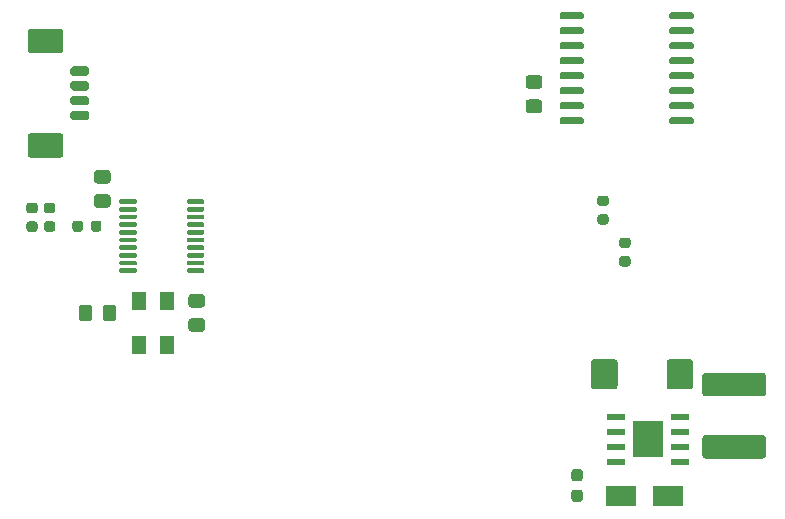
<source format=gbp>
%TF.GenerationSoftware,KiCad,Pcbnew,5.1.6*%
%TF.CreationDate,2020-09-14T14:33:22+02:00*%
%TF.ProjectId,pi-shield,70692d73-6869-4656-9c64-2e6b69636164,rev?*%
%TF.SameCoordinates,Original*%
%TF.FileFunction,Paste,Bot*%
%TF.FilePolarity,Positive*%
%FSLAX46Y46*%
G04 Gerber Fmt 4.6, Leading zero omitted, Abs format (unit mm)*
G04 Created by KiCad (PCBNEW 5.1.6) date 2020-09-14 14:33:22*
%MOMM*%
%LPD*%
G01*
G04 APERTURE LIST*
%ADD10R,2.500000X1.800000*%
%ADD11R,2.600000X3.100000*%
%ADD12R,1.550000X0.600000*%
%ADD13R,1.300000X1.600000*%
G04 APERTURE END LIST*
%TO.C,U1*%
G36*
G01*
X52850000Y-63475000D02*
X52850000Y-63675000D01*
G75*
G02*
X52750000Y-63775000I-100000J0D01*
G01*
X51475000Y-63775000D01*
G75*
G02*
X51375000Y-63675000I0J100000D01*
G01*
X51375000Y-63475000D01*
G75*
G02*
X51475000Y-63375000I100000J0D01*
G01*
X52750000Y-63375000D01*
G75*
G02*
X52850000Y-63475000I0J-100000D01*
G01*
G37*
G36*
G01*
X52850000Y-64125000D02*
X52850000Y-64325000D01*
G75*
G02*
X52750000Y-64425000I-100000J0D01*
G01*
X51475000Y-64425000D01*
G75*
G02*
X51375000Y-64325000I0J100000D01*
G01*
X51375000Y-64125000D01*
G75*
G02*
X51475000Y-64025000I100000J0D01*
G01*
X52750000Y-64025000D01*
G75*
G02*
X52850000Y-64125000I0J-100000D01*
G01*
G37*
G36*
G01*
X52850000Y-64775000D02*
X52850000Y-64975000D01*
G75*
G02*
X52750000Y-65075000I-100000J0D01*
G01*
X51475000Y-65075000D01*
G75*
G02*
X51375000Y-64975000I0J100000D01*
G01*
X51375000Y-64775000D01*
G75*
G02*
X51475000Y-64675000I100000J0D01*
G01*
X52750000Y-64675000D01*
G75*
G02*
X52850000Y-64775000I0J-100000D01*
G01*
G37*
G36*
G01*
X52850000Y-65425000D02*
X52850000Y-65625000D01*
G75*
G02*
X52750000Y-65725000I-100000J0D01*
G01*
X51475000Y-65725000D01*
G75*
G02*
X51375000Y-65625000I0J100000D01*
G01*
X51375000Y-65425000D01*
G75*
G02*
X51475000Y-65325000I100000J0D01*
G01*
X52750000Y-65325000D01*
G75*
G02*
X52850000Y-65425000I0J-100000D01*
G01*
G37*
G36*
G01*
X52850000Y-66075000D02*
X52850000Y-66275000D01*
G75*
G02*
X52750000Y-66375000I-100000J0D01*
G01*
X51475000Y-66375000D01*
G75*
G02*
X51375000Y-66275000I0J100000D01*
G01*
X51375000Y-66075000D01*
G75*
G02*
X51475000Y-65975000I100000J0D01*
G01*
X52750000Y-65975000D01*
G75*
G02*
X52850000Y-66075000I0J-100000D01*
G01*
G37*
G36*
G01*
X52850000Y-66725000D02*
X52850000Y-66925000D01*
G75*
G02*
X52750000Y-67025000I-100000J0D01*
G01*
X51475000Y-67025000D01*
G75*
G02*
X51375000Y-66925000I0J100000D01*
G01*
X51375000Y-66725000D01*
G75*
G02*
X51475000Y-66625000I100000J0D01*
G01*
X52750000Y-66625000D01*
G75*
G02*
X52850000Y-66725000I0J-100000D01*
G01*
G37*
G36*
G01*
X52850000Y-67375000D02*
X52850000Y-67575000D01*
G75*
G02*
X52750000Y-67675000I-100000J0D01*
G01*
X51475000Y-67675000D01*
G75*
G02*
X51375000Y-67575000I0J100000D01*
G01*
X51375000Y-67375000D01*
G75*
G02*
X51475000Y-67275000I100000J0D01*
G01*
X52750000Y-67275000D01*
G75*
G02*
X52850000Y-67375000I0J-100000D01*
G01*
G37*
G36*
G01*
X52850000Y-68025000D02*
X52850000Y-68225000D01*
G75*
G02*
X52750000Y-68325000I-100000J0D01*
G01*
X51475000Y-68325000D01*
G75*
G02*
X51375000Y-68225000I0J100000D01*
G01*
X51375000Y-68025000D01*
G75*
G02*
X51475000Y-67925000I100000J0D01*
G01*
X52750000Y-67925000D01*
G75*
G02*
X52850000Y-68025000I0J-100000D01*
G01*
G37*
G36*
G01*
X52850000Y-68675000D02*
X52850000Y-68875000D01*
G75*
G02*
X52750000Y-68975000I-100000J0D01*
G01*
X51475000Y-68975000D01*
G75*
G02*
X51375000Y-68875000I0J100000D01*
G01*
X51375000Y-68675000D01*
G75*
G02*
X51475000Y-68575000I100000J0D01*
G01*
X52750000Y-68575000D01*
G75*
G02*
X52850000Y-68675000I0J-100000D01*
G01*
G37*
G36*
G01*
X52850000Y-69325000D02*
X52850000Y-69525000D01*
G75*
G02*
X52750000Y-69625000I-100000J0D01*
G01*
X51475000Y-69625000D01*
G75*
G02*
X51375000Y-69525000I0J100000D01*
G01*
X51375000Y-69325000D01*
G75*
G02*
X51475000Y-69225000I100000J0D01*
G01*
X52750000Y-69225000D01*
G75*
G02*
X52850000Y-69325000I0J-100000D01*
G01*
G37*
G36*
G01*
X47125000Y-69325000D02*
X47125000Y-69525000D01*
G75*
G02*
X47025000Y-69625000I-100000J0D01*
G01*
X45750000Y-69625000D01*
G75*
G02*
X45650000Y-69525000I0J100000D01*
G01*
X45650000Y-69325000D01*
G75*
G02*
X45750000Y-69225000I100000J0D01*
G01*
X47025000Y-69225000D01*
G75*
G02*
X47125000Y-69325000I0J-100000D01*
G01*
G37*
G36*
G01*
X47125000Y-68675000D02*
X47125000Y-68875000D01*
G75*
G02*
X47025000Y-68975000I-100000J0D01*
G01*
X45750000Y-68975000D01*
G75*
G02*
X45650000Y-68875000I0J100000D01*
G01*
X45650000Y-68675000D01*
G75*
G02*
X45750000Y-68575000I100000J0D01*
G01*
X47025000Y-68575000D01*
G75*
G02*
X47125000Y-68675000I0J-100000D01*
G01*
G37*
G36*
G01*
X47125000Y-68025000D02*
X47125000Y-68225000D01*
G75*
G02*
X47025000Y-68325000I-100000J0D01*
G01*
X45750000Y-68325000D01*
G75*
G02*
X45650000Y-68225000I0J100000D01*
G01*
X45650000Y-68025000D01*
G75*
G02*
X45750000Y-67925000I100000J0D01*
G01*
X47025000Y-67925000D01*
G75*
G02*
X47125000Y-68025000I0J-100000D01*
G01*
G37*
G36*
G01*
X47125000Y-67375000D02*
X47125000Y-67575000D01*
G75*
G02*
X47025000Y-67675000I-100000J0D01*
G01*
X45750000Y-67675000D01*
G75*
G02*
X45650000Y-67575000I0J100000D01*
G01*
X45650000Y-67375000D01*
G75*
G02*
X45750000Y-67275000I100000J0D01*
G01*
X47025000Y-67275000D01*
G75*
G02*
X47125000Y-67375000I0J-100000D01*
G01*
G37*
G36*
G01*
X47125000Y-66725000D02*
X47125000Y-66925000D01*
G75*
G02*
X47025000Y-67025000I-100000J0D01*
G01*
X45750000Y-67025000D01*
G75*
G02*
X45650000Y-66925000I0J100000D01*
G01*
X45650000Y-66725000D01*
G75*
G02*
X45750000Y-66625000I100000J0D01*
G01*
X47025000Y-66625000D01*
G75*
G02*
X47125000Y-66725000I0J-100000D01*
G01*
G37*
G36*
G01*
X47125000Y-66075000D02*
X47125000Y-66275000D01*
G75*
G02*
X47025000Y-66375000I-100000J0D01*
G01*
X45750000Y-66375000D01*
G75*
G02*
X45650000Y-66275000I0J100000D01*
G01*
X45650000Y-66075000D01*
G75*
G02*
X45750000Y-65975000I100000J0D01*
G01*
X47025000Y-65975000D01*
G75*
G02*
X47125000Y-66075000I0J-100000D01*
G01*
G37*
G36*
G01*
X47125000Y-65425000D02*
X47125000Y-65625000D01*
G75*
G02*
X47025000Y-65725000I-100000J0D01*
G01*
X45750000Y-65725000D01*
G75*
G02*
X45650000Y-65625000I0J100000D01*
G01*
X45650000Y-65425000D01*
G75*
G02*
X45750000Y-65325000I100000J0D01*
G01*
X47025000Y-65325000D01*
G75*
G02*
X47125000Y-65425000I0J-100000D01*
G01*
G37*
G36*
G01*
X47125000Y-64775000D02*
X47125000Y-64975000D01*
G75*
G02*
X47025000Y-65075000I-100000J0D01*
G01*
X45750000Y-65075000D01*
G75*
G02*
X45650000Y-64975000I0J100000D01*
G01*
X45650000Y-64775000D01*
G75*
G02*
X45750000Y-64675000I100000J0D01*
G01*
X47025000Y-64675000D01*
G75*
G02*
X47125000Y-64775000I0J-100000D01*
G01*
G37*
G36*
G01*
X47125000Y-64125000D02*
X47125000Y-64325000D01*
G75*
G02*
X47025000Y-64425000I-100000J0D01*
G01*
X45750000Y-64425000D01*
G75*
G02*
X45650000Y-64325000I0J100000D01*
G01*
X45650000Y-64125000D01*
G75*
G02*
X45750000Y-64025000I100000J0D01*
G01*
X47025000Y-64025000D01*
G75*
G02*
X47125000Y-64125000I0J-100000D01*
G01*
G37*
G36*
G01*
X47125000Y-63475000D02*
X47125000Y-63675000D01*
G75*
G02*
X47025000Y-63775000I-100000J0D01*
G01*
X45750000Y-63775000D01*
G75*
G02*
X45650000Y-63675000I0J100000D01*
G01*
X45650000Y-63475000D01*
G75*
G02*
X45750000Y-63375000I100000J0D01*
G01*
X47025000Y-63375000D01*
G75*
G02*
X47125000Y-63475000I0J-100000D01*
G01*
G37*
%TD*%
%TO.C,C1*%
G36*
G01*
X43350000Y-72549999D02*
X43350000Y-73450001D01*
G75*
G02*
X43100001Y-73700000I-249999J0D01*
G01*
X42449999Y-73700000D01*
G75*
G02*
X42200000Y-73450001I0J249999D01*
G01*
X42200000Y-72549999D01*
G75*
G02*
X42449999Y-72300000I249999J0D01*
G01*
X43100001Y-72300000D01*
G75*
G02*
X43350000Y-72549999I0J-249999D01*
G01*
G37*
G36*
G01*
X45400000Y-72549999D02*
X45400000Y-73450001D01*
G75*
G02*
X45150001Y-73700000I-249999J0D01*
G01*
X44499999Y-73700000D01*
G75*
G02*
X44250000Y-73450001I0J249999D01*
G01*
X44250000Y-72549999D01*
G75*
G02*
X44499999Y-72300000I249999J0D01*
G01*
X45150001Y-72300000D01*
G75*
G02*
X45400000Y-72549999I0J-249999D01*
G01*
G37*
%TD*%
%TO.C,C2*%
G36*
G01*
X51749999Y-71400000D02*
X52650001Y-71400000D01*
G75*
G02*
X52900000Y-71649999I0J-249999D01*
G01*
X52900000Y-72300001D01*
G75*
G02*
X52650001Y-72550000I-249999J0D01*
G01*
X51749999Y-72550000D01*
G75*
G02*
X51500000Y-72300001I0J249999D01*
G01*
X51500000Y-71649999D01*
G75*
G02*
X51749999Y-71400000I249999J0D01*
G01*
G37*
G36*
G01*
X51749999Y-73450000D02*
X52650001Y-73450000D01*
G75*
G02*
X52900000Y-73699999I0J-249999D01*
G01*
X52900000Y-74350001D01*
G75*
G02*
X52650001Y-74600000I-249999J0D01*
G01*
X51749999Y-74600000D01*
G75*
G02*
X51500000Y-74350001I0J249999D01*
G01*
X51500000Y-73699999D01*
G75*
G02*
X51749999Y-73450000I249999J0D01*
G01*
G37*
%TD*%
%TO.C,C3*%
G36*
G01*
X44650001Y-62050000D02*
X43749999Y-62050000D01*
G75*
G02*
X43500000Y-61800001I0J249999D01*
G01*
X43500000Y-61149999D01*
G75*
G02*
X43749999Y-60900000I249999J0D01*
G01*
X44650001Y-60900000D01*
G75*
G02*
X44900000Y-61149999I0J-249999D01*
G01*
X44900000Y-61800001D01*
G75*
G02*
X44650001Y-62050000I-249999J0D01*
G01*
G37*
G36*
G01*
X44650001Y-64100000D02*
X43749999Y-64100000D01*
G75*
G02*
X43500000Y-63850001I0J249999D01*
G01*
X43500000Y-63199999D01*
G75*
G02*
X43749999Y-62950000I249999J0D01*
G01*
X44650001Y-62950000D01*
G75*
G02*
X44900000Y-63199999I0J-249999D01*
G01*
X44900000Y-63850001D01*
G75*
G02*
X44650001Y-64100000I-249999J0D01*
G01*
G37*
%TD*%
%TO.C,C5*%
G36*
G01*
X81200001Y-56075000D02*
X80299999Y-56075000D01*
G75*
G02*
X80050000Y-55825001I0J249999D01*
G01*
X80050000Y-55174999D01*
G75*
G02*
X80299999Y-54925000I249999J0D01*
G01*
X81200001Y-54925000D01*
G75*
G02*
X81450000Y-55174999I0J-249999D01*
G01*
X81450000Y-55825001D01*
G75*
G02*
X81200001Y-56075000I-249999J0D01*
G01*
G37*
G36*
G01*
X81200001Y-54025000D02*
X80299999Y-54025000D01*
G75*
G02*
X80050000Y-53775001I0J249999D01*
G01*
X80050000Y-53124999D01*
G75*
G02*
X80299999Y-52875000I249999J0D01*
G01*
X81200001Y-52875000D01*
G75*
G02*
X81450000Y-53124999I0J-249999D01*
G01*
X81450000Y-53775001D01*
G75*
G02*
X81200001Y-54025000I-249999J0D01*
G01*
G37*
%TD*%
%TO.C,U3*%
G36*
G01*
X82925000Y-56895000D02*
X82925000Y-56595000D01*
G75*
G02*
X83075000Y-56445000I150000J0D01*
G01*
X84825000Y-56445000D01*
G75*
G02*
X84975000Y-56595000I0J-150000D01*
G01*
X84975000Y-56895000D01*
G75*
G02*
X84825000Y-57045000I-150000J0D01*
G01*
X83075000Y-57045000D01*
G75*
G02*
X82925000Y-56895000I0J150000D01*
G01*
G37*
G36*
G01*
X82925000Y-55625000D02*
X82925000Y-55325000D01*
G75*
G02*
X83075000Y-55175000I150000J0D01*
G01*
X84825000Y-55175000D01*
G75*
G02*
X84975000Y-55325000I0J-150000D01*
G01*
X84975000Y-55625000D01*
G75*
G02*
X84825000Y-55775000I-150000J0D01*
G01*
X83075000Y-55775000D01*
G75*
G02*
X82925000Y-55625000I0J150000D01*
G01*
G37*
G36*
G01*
X82925000Y-54355000D02*
X82925000Y-54055000D01*
G75*
G02*
X83075000Y-53905000I150000J0D01*
G01*
X84825000Y-53905000D01*
G75*
G02*
X84975000Y-54055000I0J-150000D01*
G01*
X84975000Y-54355000D01*
G75*
G02*
X84825000Y-54505000I-150000J0D01*
G01*
X83075000Y-54505000D01*
G75*
G02*
X82925000Y-54355000I0J150000D01*
G01*
G37*
G36*
G01*
X82925000Y-53085000D02*
X82925000Y-52785000D01*
G75*
G02*
X83075000Y-52635000I150000J0D01*
G01*
X84825000Y-52635000D01*
G75*
G02*
X84975000Y-52785000I0J-150000D01*
G01*
X84975000Y-53085000D01*
G75*
G02*
X84825000Y-53235000I-150000J0D01*
G01*
X83075000Y-53235000D01*
G75*
G02*
X82925000Y-53085000I0J150000D01*
G01*
G37*
G36*
G01*
X82925000Y-51815000D02*
X82925000Y-51515000D01*
G75*
G02*
X83075000Y-51365000I150000J0D01*
G01*
X84825000Y-51365000D01*
G75*
G02*
X84975000Y-51515000I0J-150000D01*
G01*
X84975000Y-51815000D01*
G75*
G02*
X84825000Y-51965000I-150000J0D01*
G01*
X83075000Y-51965000D01*
G75*
G02*
X82925000Y-51815000I0J150000D01*
G01*
G37*
G36*
G01*
X82925000Y-50545000D02*
X82925000Y-50245000D01*
G75*
G02*
X83075000Y-50095000I150000J0D01*
G01*
X84825000Y-50095000D01*
G75*
G02*
X84975000Y-50245000I0J-150000D01*
G01*
X84975000Y-50545000D01*
G75*
G02*
X84825000Y-50695000I-150000J0D01*
G01*
X83075000Y-50695000D01*
G75*
G02*
X82925000Y-50545000I0J150000D01*
G01*
G37*
G36*
G01*
X82925000Y-49275000D02*
X82925000Y-48975000D01*
G75*
G02*
X83075000Y-48825000I150000J0D01*
G01*
X84825000Y-48825000D01*
G75*
G02*
X84975000Y-48975000I0J-150000D01*
G01*
X84975000Y-49275000D01*
G75*
G02*
X84825000Y-49425000I-150000J0D01*
G01*
X83075000Y-49425000D01*
G75*
G02*
X82925000Y-49275000I0J150000D01*
G01*
G37*
G36*
G01*
X82925000Y-48005000D02*
X82925000Y-47705000D01*
G75*
G02*
X83075000Y-47555000I150000J0D01*
G01*
X84825000Y-47555000D01*
G75*
G02*
X84975000Y-47705000I0J-150000D01*
G01*
X84975000Y-48005000D01*
G75*
G02*
X84825000Y-48155000I-150000J0D01*
G01*
X83075000Y-48155000D01*
G75*
G02*
X82925000Y-48005000I0J150000D01*
G01*
G37*
G36*
G01*
X92225000Y-48005000D02*
X92225000Y-47705000D01*
G75*
G02*
X92375000Y-47555000I150000J0D01*
G01*
X94125000Y-47555000D01*
G75*
G02*
X94275000Y-47705000I0J-150000D01*
G01*
X94275000Y-48005000D01*
G75*
G02*
X94125000Y-48155000I-150000J0D01*
G01*
X92375000Y-48155000D01*
G75*
G02*
X92225000Y-48005000I0J150000D01*
G01*
G37*
G36*
G01*
X92225000Y-49275000D02*
X92225000Y-48975000D01*
G75*
G02*
X92375000Y-48825000I150000J0D01*
G01*
X94125000Y-48825000D01*
G75*
G02*
X94275000Y-48975000I0J-150000D01*
G01*
X94275000Y-49275000D01*
G75*
G02*
X94125000Y-49425000I-150000J0D01*
G01*
X92375000Y-49425000D01*
G75*
G02*
X92225000Y-49275000I0J150000D01*
G01*
G37*
G36*
G01*
X92225000Y-50545000D02*
X92225000Y-50245000D01*
G75*
G02*
X92375000Y-50095000I150000J0D01*
G01*
X94125000Y-50095000D01*
G75*
G02*
X94275000Y-50245000I0J-150000D01*
G01*
X94275000Y-50545000D01*
G75*
G02*
X94125000Y-50695000I-150000J0D01*
G01*
X92375000Y-50695000D01*
G75*
G02*
X92225000Y-50545000I0J150000D01*
G01*
G37*
G36*
G01*
X92225000Y-51815000D02*
X92225000Y-51515000D01*
G75*
G02*
X92375000Y-51365000I150000J0D01*
G01*
X94125000Y-51365000D01*
G75*
G02*
X94275000Y-51515000I0J-150000D01*
G01*
X94275000Y-51815000D01*
G75*
G02*
X94125000Y-51965000I-150000J0D01*
G01*
X92375000Y-51965000D01*
G75*
G02*
X92225000Y-51815000I0J150000D01*
G01*
G37*
G36*
G01*
X92225000Y-53085000D02*
X92225000Y-52785000D01*
G75*
G02*
X92375000Y-52635000I150000J0D01*
G01*
X94125000Y-52635000D01*
G75*
G02*
X94275000Y-52785000I0J-150000D01*
G01*
X94275000Y-53085000D01*
G75*
G02*
X94125000Y-53235000I-150000J0D01*
G01*
X92375000Y-53235000D01*
G75*
G02*
X92225000Y-53085000I0J150000D01*
G01*
G37*
G36*
G01*
X92225000Y-54355000D02*
X92225000Y-54055000D01*
G75*
G02*
X92375000Y-53905000I150000J0D01*
G01*
X94125000Y-53905000D01*
G75*
G02*
X94275000Y-54055000I0J-150000D01*
G01*
X94275000Y-54355000D01*
G75*
G02*
X94125000Y-54505000I-150000J0D01*
G01*
X92375000Y-54505000D01*
G75*
G02*
X92225000Y-54355000I0J150000D01*
G01*
G37*
G36*
G01*
X92225000Y-55625000D02*
X92225000Y-55325000D01*
G75*
G02*
X92375000Y-55175000I150000J0D01*
G01*
X94125000Y-55175000D01*
G75*
G02*
X94275000Y-55325000I0J-150000D01*
G01*
X94275000Y-55625000D01*
G75*
G02*
X94125000Y-55775000I-150000J0D01*
G01*
X92375000Y-55775000D01*
G75*
G02*
X92225000Y-55625000I0J150000D01*
G01*
G37*
G36*
G01*
X92225000Y-56895000D02*
X92225000Y-56595000D01*
G75*
G02*
X92375000Y-56445000I150000J0D01*
G01*
X94125000Y-56445000D01*
G75*
G02*
X94275000Y-56595000I0J-150000D01*
G01*
X94275000Y-56895000D01*
G75*
G02*
X94125000Y-57045000I-150000J0D01*
G01*
X92375000Y-57045000D01*
G75*
G02*
X92225000Y-56895000I0J150000D01*
G01*
G37*
%TD*%
%TO.C,C7*%
G36*
G01*
X100150001Y-85325000D02*
X95249999Y-85325000D01*
G75*
G02*
X95000000Y-85075001I0J249999D01*
G01*
X95000000Y-83599999D01*
G75*
G02*
X95249999Y-83350000I249999J0D01*
G01*
X100150001Y-83350000D01*
G75*
G02*
X100400000Y-83599999I0J-249999D01*
G01*
X100400000Y-85075001D01*
G75*
G02*
X100150001Y-85325000I-249999J0D01*
G01*
G37*
G36*
G01*
X100150001Y-80050000D02*
X95249999Y-80050000D01*
G75*
G02*
X95000000Y-79800001I0J249999D01*
G01*
X95000000Y-78324999D01*
G75*
G02*
X95249999Y-78075000I249999J0D01*
G01*
X100150001Y-78075000D01*
G75*
G02*
X100400000Y-78324999I0J-249999D01*
G01*
X100400000Y-79800001D01*
G75*
G02*
X100150001Y-80050000I-249999J0D01*
G01*
G37*
%TD*%
%TO.C,C8*%
G36*
G01*
X84637500Y-89000000D02*
X84162500Y-89000000D01*
G75*
G02*
X83925000Y-88762500I0J237500D01*
G01*
X83925000Y-88187500D01*
G75*
G02*
X84162500Y-87950000I237500J0D01*
G01*
X84637500Y-87950000D01*
G75*
G02*
X84875000Y-88187500I0J-237500D01*
G01*
X84875000Y-88762500D01*
G75*
G02*
X84637500Y-89000000I-237500J0D01*
G01*
G37*
G36*
G01*
X84637500Y-87250000D02*
X84162500Y-87250000D01*
G75*
G02*
X83925000Y-87012500I0J237500D01*
G01*
X83925000Y-86437500D01*
G75*
G02*
X84162500Y-86200000I237500J0D01*
G01*
X84637500Y-86200000D01*
G75*
G02*
X84875000Y-86437500I0J-237500D01*
G01*
X84875000Y-87012500D01*
G75*
G02*
X84637500Y-87250000I-237500J0D01*
G01*
G37*
%TD*%
%TO.C,C9*%
G36*
G01*
X85575000Y-79225001D02*
X85575000Y-77174999D01*
G75*
G02*
X85824999Y-76925000I249999J0D01*
G01*
X87575001Y-76925000D01*
G75*
G02*
X87825000Y-77174999I0J-249999D01*
G01*
X87825000Y-79225001D01*
G75*
G02*
X87575001Y-79475000I-249999J0D01*
G01*
X85824999Y-79475000D01*
G75*
G02*
X85575000Y-79225001I0J249999D01*
G01*
G37*
G36*
G01*
X91975000Y-79225001D02*
X91975000Y-77174999D01*
G75*
G02*
X92224999Y-76925000I249999J0D01*
G01*
X93975001Y-76925000D01*
G75*
G02*
X94225000Y-77174999I0J-249999D01*
G01*
X94225000Y-79225001D01*
G75*
G02*
X93975001Y-79475000I-249999J0D01*
G01*
X92224999Y-79475000D01*
G75*
G02*
X91975000Y-79225001I0J249999D01*
G01*
G37*
%TD*%
D10*
%TO.C,D2*%
X92100000Y-88500000D03*
X88100000Y-88500000D03*
%TD*%
D11*
%TO.C,U5*%
X90400000Y-83700000D03*
D12*
X87700000Y-85605000D03*
X87700000Y-84335000D03*
X87700000Y-83065000D03*
X87700000Y-81795000D03*
X93100000Y-81795000D03*
X93100000Y-83065000D03*
X93100000Y-84335000D03*
X93100000Y-85605000D03*
%TD*%
D13*
%TO.C,Y1*%
X47350000Y-75750000D03*
X47350000Y-71950000D03*
X49650000Y-71950000D03*
X49650000Y-75750000D03*
%TD*%
%TO.C,J10*%
G36*
G01*
X40650000Y-51025000D02*
X38150000Y-51025000D01*
G75*
G02*
X37900000Y-50775000I0J250000D01*
G01*
X37900000Y-49175000D01*
G75*
G02*
X38150000Y-48925000I250000J0D01*
G01*
X40650000Y-48925000D01*
G75*
G02*
X40900000Y-49175000I0J-250000D01*
G01*
X40900000Y-50775000D01*
G75*
G02*
X40650000Y-51025000I-250000J0D01*
G01*
G37*
G36*
G01*
X40650000Y-59875000D02*
X38150000Y-59875000D01*
G75*
G02*
X37900000Y-59625000I0J250000D01*
G01*
X37900000Y-58025000D01*
G75*
G02*
X38150000Y-57775000I250000J0D01*
G01*
X40650000Y-57775000D01*
G75*
G02*
X40900000Y-58025000I0J-250000D01*
G01*
X40900000Y-59625000D01*
G75*
G02*
X40650000Y-59875000I-250000J0D01*
G01*
G37*
G36*
G01*
X42900000Y-52925000D02*
X41700000Y-52925000D01*
G75*
G02*
X41500000Y-52725000I0J200000D01*
G01*
X41500000Y-52325000D01*
G75*
G02*
X41700000Y-52125000I200000J0D01*
G01*
X42900000Y-52125000D01*
G75*
G02*
X43100000Y-52325000I0J-200000D01*
G01*
X43100000Y-52725000D01*
G75*
G02*
X42900000Y-52925000I-200000J0D01*
G01*
G37*
G36*
G01*
X42900000Y-54175000D02*
X41700000Y-54175000D01*
G75*
G02*
X41500000Y-53975000I0J200000D01*
G01*
X41500000Y-53575000D01*
G75*
G02*
X41700000Y-53375000I200000J0D01*
G01*
X42900000Y-53375000D01*
G75*
G02*
X43100000Y-53575000I0J-200000D01*
G01*
X43100000Y-53975000D01*
G75*
G02*
X42900000Y-54175000I-200000J0D01*
G01*
G37*
G36*
G01*
X42900000Y-55425000D02*
X41700000Y-55425000D01*
G75*
G02*
X41500000Y-55225000I0J200000D01*
G01*
X41500000Y-54825000D01*
G75*
G02*
X41700000Y-54625000I200000J0D01*
G01*
X42900000Y-54625000D01*
G75*
G02*
X43100000Y-54825000I0J-200000D01*
G01*
X43100000Y-55225000D01*
G75*
G02*
X42900000Y-55425000I-200000J0D01*
G01*
G37*
G36*
G01*
X42900000Y-56675000D02*
X41700000Y-56675000D01*
G75*
G02*
X41500000Y-56475000I0J200000D01*
G01*
X41500000Y-56075000D01*
G75*
G02*
X41700000Y-55875000I200000J0D01*
G01*
X42900000Y-55875000D01*
G75*
G02*
X43100000Y-56075000I0J-200000D01*
G01*
X43100000Y-56475000D01*
G75*
G02*
X42900000Y-56675000I-200000J0D01*
G01*
G37*
%TD*%
%TO.C,R6*%
G36*
G01*
X38506250Y-66125000D02*
X37993750Y-66125000D01*
G75*
G02*
X37775000Y-65906250I0J218750D01*
G01*
X37775000Y-65468750D01*
G75*
G02*
X37993750Y-65250000I218750J0D01*
G01*
X38506250Y-65250000D01*
G75*
G02*
X38725000Y-65468750I0J-218750D01*
G01*
X38725000Y-65906250D01*
G75*
G02*
X38506250Y-66125000I-218750J0D01*
G01*
G37*
G36*
G01*
X38506250Y-64550000D02*
X37993750Y-64550000D01*
G75*
G02*
X37775000Y-64331250I0J218750D01*
G01*
X37775000Y-63893750D01*
G75*
G02*
X37993750Y-63675000I218750J0D01*
G01*
X38506250Y-63675000D01*
G75*
G02*
X38725000Y-63893750I0J-218750D01*
G01*
X38725000Y-64331250D01*
G75*
G02*
X38506250Y-64550000I-218750J0D01*
G01*
G37*
%TD*%
%TO.C,R7*%
G36*
G01*
X40006250Y-64550000D02*
X39493750Y-64550000D01*
G75*
G02*
X39275000Y-64331250I0J218750D01*
G01*
X39275000Y-63893750D01*
G75*
G02*
X39493750Y-63675000I218750J0D01*
G01*
X40006250Y-63675000D01*
G75*
G02*
X40225000Y-63893750I0J-218750D01*
G01*
X40225000Y-64331250D01*
G75*
G02*
X40006250Y-64550000I-218750J0D01*
G01*
G37*
G36*
G01*
X40006250Y-66125000D02*
X39493750Y-66125000D01*
G75*
G02*
X39275000Y-65906250I0J218750D01*
G01*
X39275000Y-65468750D01*
G75*
G02*
X39493750Y-65250000I218750J0D01*
G01*
X40006250Y-65250000D01*
G75*
G02*
X40225000Y-65468750I0J-218750D01*
G01*
X40225000Y-65906250D01*
G75*
G02*
X40006250Y-66125000I-218750J0D01*
G01*
G37*
%TD*%
%TO.C,R8*%
G36*
G01*
X88706250Y-67500000D02*
X88193750Y-67500000D01*
G75*
G02*
X87975000Y-67281250I0J218750D01*
G01*
X87975000Y-66843750D01*
G75*
G02*
X88193750Y-66625000I218750J0D01*
G01*
X88706250Y-66625000D01*
G75*
G02*
X88925000Y-66843750I0J-218750D01*
G01*
X88925000Y-67281250D01*
G75*
G02*
X88706250Y-67500000I-218750J0D01*
G01*
G37*
G36*
G01*
X88706250Y-69075000D02*
X88193750Y-69075000D01*
G75*
G02*
X87975000Y-68856250I0J218750D01*
G01*
X87975000Y-68418750D01*
G75*
G02*
X88193750Y-68200000I218750J0D01*
G01*
X88706250Y-68200000D01*
G75*
G02*
X88925000Y-68418750I0J-218750D01*
G01*
X88925000Y-68856250D01*
G75*
G02*
X88706250Y-69075000I-218750J0D01*
G01*
G37*
%TD*%
%TO.C,R9*%
G36*
G01*
X86343750Y-63075000D02*
X86856250Y-63075000D01*
G75*
G02*
X87075000Y-63293750I0J-218750D01*
G01*
X87075000Y-63731250D01*
G75*
G02*
X86856250Y-63950000I-218750J0D01*
G01*
X86343750Y-63950000D01*
G75*
G02*
X86125000Y-63731250I0J218750D01*
G01*
X86125000Y-63293750D01*
G75*
G02*
X86343750Y-63075000I218750J0D01*
G01*
G37*
G36*
G01*
X86343750Y-64650000D02*
X86856250Y-64650000D01*
G75*
G02*
X87075000Y-64868750I0J-218750D01*
G01*
X87075000Y-65306250D01*
G75*
G02*
X86856250Y-65525000I-218750J0D01*
G01*
X86343750Y-65525000D01*
G75*
G02*
X86125000Y-65306250I0J218750D01*
G01*
X86125000Y-64868750D01*
G75*
G02*
X86343750Y-64650000I218750J0D01*
G01*
G37*
%TD*%
%TO.C,R1*%
G36*
G01*
X43250000Y-65906250D02*
X43250000Y-65393750D01*
G75*
G02*
X43468750Y-65175000I218750J0D01*
G01*
X43906250Y-65175000D01*
G75*
G02*
X44125000Y-65393750I0J-218750D01*
G01*
X44125000Y-65906250D01*
G75*
G02*
X43906250Y-66125000I-218750J0D01*
G01*
X43468750Y-66125000D01*
G75*
G02*
X43250000Y-65906250I0J218750D01*
G01*
G37*
G36*
G01*
X41675000Y-65906250D02*
X41675000Y-65393750D01*
G75*
G02*
X41893750Y-65175000I218750J0D01*
G01*
X42331250Y-65175000D01*
G75*
G02*
X42550000Y-65393750I0J-218750D01*
G01*
X42550000Y-65906250D01*
G75*
G02*
X42331250Y-66125000I-218750J0D01*
G01*
X41893750Y-66125000D01*
G75*
G02*
X41675000Y-65906250I0J218750D01*
G01*
G37*
%TD*%
M02*

</source>
